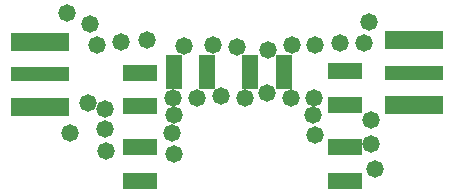
<source format=gbr>
%TF.GenerationSoftware,Altium Limited,Altium Designer,20.0.10 (225)*%
G04 Layer_Color=8388736*
%FSLAX26Y26*%
%MOIN*%
%TF.FileFunction,Soldermask,Top*%
%TF.Part,Single*%
G01*
G75*
%TA.AperFunction,ConnectorPad*%
%ADD12R,0.196850X0.047244*%
%ADD13R,0.196850X0.062992*%
%TA.AperFunction,SMDPad,CuDef*%
%ADD14R,0.196850X0.047244*%
%ADD15R,0.196850X0.062992*%
%TA.AperFunction,ViaPad*%
%ADD20C,0.058000*%
%TA.AperFunction,SMDPad,CuDef*%
%ADD23R,0.114299X0.057213*%
%ADD24R,0.057213X0.114299*%
D12*
X3001575Y1547181D02*
D03*
D13*
Y1656236D02*
D03*
Y1438126D02*
D03*
D14*
X1755000Y1540945D02*
D03*
D15*
Y1431890D02*
D03*
Y1650000D02*
D03*
D20*
X2870000Y1225000D02*
D03*
X2850000Y1715000D02*
D03*
X2835000Y1645000D02*
D03*
X2755000D02*
D03*
X1855000Y1345000D02*
D03*
X1920000Y1710000D02*
D03*
X1845000Y1745000D02*
D03*
X1942846Y1639741D02*
D03*
X1915000Y1445000D02*
D03*
X1970000Y1425000D02*
D03*
X2195000Y1345000D02*
D03*
X1970000Y1360000D02*
D03*
X1975000Y1285000D02*
D03*
X2200000Y1275000D02*
D03*
X2670000Y1340000D02*
D03*
X2858374Y1309542D02*
D03*
Y1389070D02*
D03*
X2409228Y1631158D02*
D03*
X2330036Y1638452D02*
D03*
X2277523Y1462730D02*
D03*
X2356818Y1468810D02*
D03*
X2436013Y1461548D02*
D03*
X2110000Y1655000D02*
D03*
X2025000Y1650000D02*
D03*
X2200000Y1405000D02*
D03*
X2198486Y1461548D02*
D03*
X2232641Y1637249D02*
D03*
X2672015Y1638906D02*
D03*
X2592488D02*
D03*
X2514392Y1623884D02*
D03*
X2511679Y1480037D02*
D03*
X2589028Y1461548D02*
D03*
X2668553Y1462157D02*
D03*
X2665000Y1405000D02*
D03*
D23*
X2770000Y1552165D02*
D03*
Y1439961D02*
D03*
Y1298792D02*
D03*
Y1186588D02*
D03*
X2086614Y1298792D02*
D03*
Y1186588D02*
D03*
Y1547320D02*
D03*
Y1435115D02*
D03*
D24*
X2567205Y1550000D02*
D03*
X2455000D02*
D03*
X2311102D02*
D03*
X2198898D02*
D03*
%TF.MD5,e213ad5301eec386dd46071f5c6fa113*%
M02*

</source>
